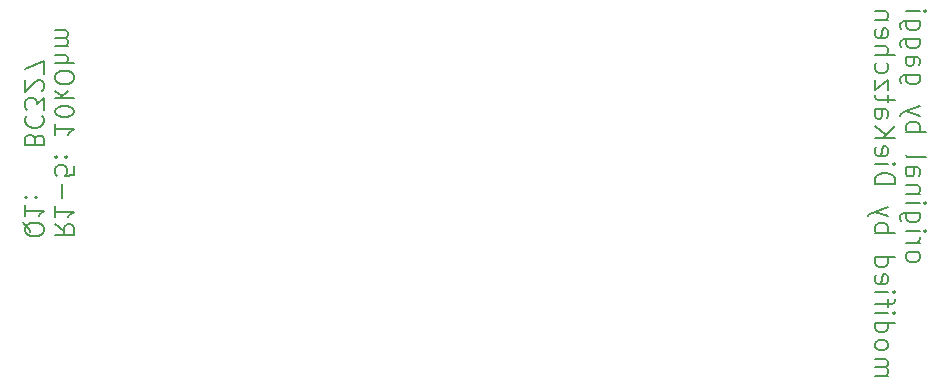
<source format=gbo>
G04 #@! TF.GenerationSoftware,KiCad,Pcbnew,(5.1.2)-2*
G04 #@! TF.CreationDate,2019-08-03T14:41:18-04:00*
G04 #@! TF.ProjectId,27C160_Adapter,32374331-3630-45f4-9164-61707465722e,rev?*
G04 #@! TF.SameCoordinates,Original*
G04 #@! TF.FileFunction,Legend,Bot*
G04 #@! TF.FilePolarity,Positive*
%FSLAX46Y46*%
G04 Gerber Fmt 4.6, Leading zero omitted, Abs format (unit mm)*
G04 Created by KiCad (PCBNEW (5.1.2)-2) date 2019-08-03 14:41:18*
%MOMM*%
%LPD*%
G04 APERTURE LIST*
%ADD10C,0.134112*%
%ADD11C,0.142240*%
G04 APERTURE END LIST*
D10*
X19273919Y-33015195D02*
X20032290Y-33546055D01*
X19273919Y-33925241D02*
X20866499Y-33925241D01*
X20866499Y-33318544D01*
X20790662Y-33166870D01*
X20714824Y-33091032D01*
X20563150Y-33015195D01*
X20335639Y-33015195D01*
X20183964Y-33091032D01*
X20108127Y-33166870D01*
X20032290Y-33318544D01*
X20032290Y-33925241D01*
X19273919Y-31498452D02*
X19273919Y-32408498D01*
X19273919Y-31953475D02*
X20866499Y-31953475D01*
X20638987Y-32105150D01*
X20487313Y-32256824D01*
X20411476Y-32408498D01*
X19880616Y-30815918D02*
X19880616Y-29602524D01*
X20866499Y-28085781D02*
X20866499Y-28844152D01*
X20108127Y-28919990D01*
X20183964Y-28844152D01*
X20259802Y-28692478D01*
X20259802Y-28313292D01*
X20183964Y-28161618D01*
X20108127Y-28085781D01*
X19956453Y-28009944D01*
X19577267Y-28009944D01*
X19425593Y-28085781D01*
X19349756Y-28161618D01*
X19273919Y-28313292D01*
X19273919Y-28692478D01*
X19349756Y-28844152D01*
X19425593Y-28919990D01*
X19425593Y-27327410D02*
X19349756Y-27251572D01*
X19273919Y-27327410D01*
X19349756Y-27403247D01*
X19425593Y-27327410D01*
X19273919Y-27327410D01*
X20259802Y-27327410D02*
X20183964Y-27251572D01*
X20108127Y-27327410D01*
X20183964Y-27403247D01*
X20259802Y-27327410D01*
X20108127Y-27327410D01*
X19273919Y-24521435D02*
X19273919Y-25431481D01*
X19273919Y-24976458D02*
X20866499Y-24976458D01*
X20638987Y-25128132D01*
X20487313Y-25279807D01*
X20411476Y-25431481D01*
X20866499Y-23535552D02*
X20866499Y-23383878D01*
X20790662Y-23232204D01*
X20714824Y-23156367D01*
X20563150Y-23080530D01*
X20259802Y-23004692D01*
X19880616Y-23004692D01*
X19577267Y-23080530D01*
X19425593Y-23156367D01*
X19349756Y-23232204D01*
X19273919Y-23383878D01*
X19273919Y-23535552D01*
X19349756Y-23687227D01*
X19425593Y-23763064D01*
X19577267Y-23838901D01*
X19880616Y-23914738D01*
X20259802Y-23914738D01*
X20563150Y-23838901D01*
X20714824Y-23763064D01*
X20790662Y-23687227D01*
X20866499Y-23535552D01*
X19273919Y-22322158D02*
X20866499Y-22322158D01*
X19880616Y-22170484D02*
X19273919Y-21715461D01*
X20335639Y-21715461D02*
X19728942Y-22322158D01*
X20866499Y-20729578D02*
X20866499Y-20426230D01*
X20790662Y-20274555D01*
X20638987Y-20122881D01*
X20335639Y-20047044D01*
X19804779Y-20047044D01*
X19501430Y-20122881D01*
X19349756Y-20274555D01*
X19273919Y-20426230D01*
X19273919Y-20729578D01*
X19349756Y-20881252D01*
X19501430Y-21032927D01*
X19804779Y-21108764D01*
X20335639Y-21108764D01*
X20638987Y-21032927D01*
X20790662Y-20881252D01*
X20866499Y-20729578D01*
X19273919Y-19364510D02*
X20866499Y-19364510D01*
X19273919Y-18681975D02*
X20108127Y-18681975D01*
X20259802Y-18757812D01*
X20335639Y-18909487D01*
X20335639Y-19136998D01*
X20259802Y-19288672D01*
X20183964Y-19364510D01*
X19273919Y-17923604D02*
X20335639Y-17923604D01*
X20183964Y-17923604D02*
X20259802Y-17847767D01*
X20335639Y-17696092D01*
X20335639Y-17468581D01*
X20259802Y-17316907D01*
X20108127Y-17241070D01*
X19273919Y-17241070D01*
X20108127Y-17241070D02*
X20259802Y-17165232D01*
X20335639Y-17013558D01*
X20335639Y-16786047D01*
X20259802Y-16634372D01*
X20108127Y-16558535D01*
X19273919Y-16558535D01*
X16599262Y-32863521D02*
X16675100Y-33015195D01*
X16826774Y-33166870D01*
X17054285Y-33394381D01*
X17130122Y-33546055D01*
X17130122Y-33697730D01*
X16750937Y-33621892D02*
X16826774Y-33773567D01*
X16978448Y-33925241D01*
X17281797Y-34001078D01*
X17812657Y-34001078D01*
X18116005Y-33925241D01*
X18267680Y-33773567D01*
X18343517Y-33621892D01*
X18343517Y-33318544D01*
X18267680Y-33166870D01*
X18116005Y-33015195D01*
X17812657Y-32939358D01*
X17281797Y-32939358D01*
X16978448Y-33015195D01*
X16826774Y-33166870D01*
X16750937Y-33318544D01*
X16750937Y-33621892D01*
X16750937Y-31422615D02*
X16750937Y-32332661D01*
X16750937Y-31877638D02*
X18343517Y-31877638D01*
X18116005Y-32029312D01*
X17964331Y-32180987D01*
X17888494Y-32332661D01*
X16902611Y-30740081D02*
X16826774Y-30664244D01*
X16750937Y-30740081D01*
X16826774Y-30815918D01*
X16902611Y-30740081D01*
X16750937Y-30740081D01*
X17736820Y-30740081D02*
X17660982Y-30664244D01*
X17585145Y-30740081D01*
X17660982Y-30815918D01*
X17736820Y-30740081D01*
X17585145Y-30740081D01*
X17585145Y-25810667D02*
X17509308Y-25583155D01*
X17433471Y-25507318D01*
X17281797Y-25431481D01*
X17054285Y-25431481D01*
X16902611Y-25507318D01*
X16826774Y-25583155D01*
X16750937Y-25734830D01*
X16750937Y-26341527D01*
X18343517Y-26341527D01*
X18343517Y-25810667D01*
X18267680Y-25658992D01*
X18191842Y-25583155D01*
X18040168Y-25507318D01*
X17888494Y-25507318D01*
X17736820Y-25583155D01*
X17660982Y-25658992D01*
X17585145Y-25810667D01*
X17585145Y-26341527D01*
X16902611Y-23838901D02*
X16826774Y-23914738D01*
X16750937Y-24142250D01*
X16750937Y-24293924D01*
X16826774Y-24521435D01*
X16978448Y-24673110D01*
X17130122Y-24748947D01*
X17433471Y-24824784D01*
X17660982Y-24824784D01*
X17964331Y-24748947D01*
X18116005Y-24673110D01*
X18267680Y-24521435D01*
X18343517Y-24293924D01*
X18343517Y-24142250D01*
X18267680Y-23914738D01*
X18191842Y-23838901D01*
X18343517Y-23308041D02*
X18343517Y-22322158D01*
X17736820Y-22853018D01*
X17736820Y-22625507D01*
X17660982Y-22473832D01*
X17585145Y-22397995D01*
X17433471Y-22322158D01*
X17054285Y-22322158D01*
X16902611Y-22397995D01*
X16826774Y-22473832D01*
X16750937Y-22625507D01*
X16750937Y-23080530D01*
X16826774Y-23232204D01*
X16902611Y-23308041D01*
X18191842Y-21715461D02*
X18267680Y-21639624D01*
X18343517Y-21487950D01*
X18343517Y-21108764D01*
X18267680Y-20957090D01*
X18191842Y-20881252D01*
X18040168Y-20805415D01*
X17888494Y-20805415D01*
X17660982Y-20881252D01*
X16750937Y-21791298D01*
X16750937Y-20805415D01*
X18343517Y-20274555D02*
X18343517Y-19212835D01*
X16750937Y-19895370D01*
D11*
X91355333Y-35885289D02*
X91435766Y-36046156D01*
X91516200Y-36126589D01*
X91677066Y-36207022D01*
X92159666Y-36207022D01*
X92320533Y-36126589D01*
X92400966Y-36046156D01*
X92481400Y-35885289D01*
X92481400Y-35643989D01*
X92400966Y-35483122D01*
X92320533Y-35402689D01*
X92159666Y-35322256D01*
X91677066Y-35322256D01*
X91516200Y-35402689D01*
X91435766Y-35483122D01*
X91355333Y-35643989D01*
X91355333Y-35885289D01*
X91355333Y-34598356D02*
X92481400Y-34598356D01*
X92159666Y-34598356D02*
X92320533Y-34517922D01*
X92400966Y-34437489D01*
X92481400Y-34276622D01*
X92481400Y-34115756D01*
X91355333Y-33552722D02*
X92481400Y-33552722D01*
X93044433Y-33552722D02*
X92964000Y-33633156D01*
X92883566Y-33552722D01*
X92964000Y-33472289D01*
X93044433Y-33552722D01*
X92883566Y-33552722D01*
X92481400Y-32024489D02*
X91114033Y-32024489D01*
X90953166Y-32104922D01*
X90872733Y-32185356D01*
X90792300Y-32346222D01*
X90792300Y-32587522D01*
X90872733Y-32748389D01*
X91435766Y-32024489D02*
X91355333Y-32185356D01*
X91355333Y-32507089D01*
X91435766Y-32667956D01*
X91516200Y-32748389D01*
X91677066Y-32828822D01*
X92159666Y-32828822D01*
X92320533Y-32748389D01*
X92400966Y-32667956D01*
X92481400Y-32507089D01*
X92481400Y-32185356D01*
X92400966Y-32024489D01*
X91355333Y-31220156D02*
X92481400Y-31220156D01*
X93044433Y-31220156D02*
X92964000Y-31300589D01*
X92883566Y-31220156D01*
X92964000Y-31139722D01*
X93044433Y-31220156D01*
X92883566Y-31220156D01*
X92481400Y-30415822D02*
X91355333Y-30415822D01*
X92320533Y-30415822D02*
X92400966Y-30335389D01*
X92481400Y-30174522D01*
X92481400Y-29933222D01*
X92400966Y-29772356D01*
X92240100Y-29691922D01*
X91355333Y-29691922D01*
X91355333Y-28163689D02*
X92240100Y-28163689D01*
X92400966Y-28244122D01*
X92481400Y-28404989D01*
X92481400Y-28726722D01*
X92400966Y-28887589D01*
X91435766Y-28163689D02*
X91355333Y-28324556D01*
X91355333Y-28726722D01*
X91435766Y-28887589D01*
X91596633Y-28968022D01*
X91757500Y-28968022D01*
X91918366Y-28887589D01*
X91998800Y-28726722D01*
X91998800Y-28324556D01*
X92079233Y-28163689D01*
X91355333Y-27118056D02*
X91435766Y-27278922D01*
X91596633Y-27359356D01*
X93044433Y-27359356D01*
X91355333Y-25187656D02*
X93044433Y-25187656D01*
X92400966Y-25187656D02*
X92481400Y-25026789D01*
X92481400Y-24705056D01*
X92400966Y-24544189D01*
X92320533Y-24463756D01*
X92159666Y-24383322D01*
X91677066Y-24383322D01*
X91516200Y-24463756D01*
X91435766Y-24544189D01*
X91355333Y-24705056D01*
X91355333Y-25026789D01*
X91435766Y-25187656D01*
X92481400Y-23820289D02*
X91355333Y-23418122D01*
X92481400Y-23015956D02*
X91355333Y-23418122D01*
X90953166Y-23578989D01*
X90872733Y-23659422D01*
X90792300Y-23820289D01*
X92481400Y-20361656D02*
X91114033Y-20361656D01*
X90953166Y-20442089D01*
X90872733Y-20522522D01*
X90792300Y-20683389D01*
X90792300Y-20924689D01*
X90872733Y-21085556D01*
X91435766Y-20361656D02*
X91355333Y-20522522D01*
X91355333Y-20844256D01*
X91435766Y-21005122D01*
X91516200Y-21085556D01*
X91677066Y-21165989D01*
X92159666Y-21165989D01*
X92320533Y-21085556D01*
X92400966Y-21005122D01*
X92481400Y-20844256D01*
X92481400Y-20522522D01*
X92400966Y-20361656D01*
X91355333Y-18833422D02*
X92240100Y-18833422D01*
X92400966Y-18913856D01*
X92481400Y-19074722D01*
X92481400Y-19396456D01*
X92400966Y-19557322D01*
X91435766Y-18833422D02*
X91355333Y-18994289D01*
X91355333Y-19396456D01*
X91435766Y-19557322D01*
X91596633Y-19637756D01*
X91757500Y-19637756D01*
X91918366Y-19557322D01*
X91998800Y-19396456D01*
X91998800Y-18994289D01*
X92079233Y-18833422D01*
X92481400Y-17305189D02*
X91114033Y-17305189D01*
X90953166Y-17385622D01*
X90872733Y-17466056D01*
X90792300Y-17626922D01*
X90792300Y-17868222D01*
X90872733Y-18029089D01*
X91435766Y-17305189D02*
X91355333Y-17466056D01*
X91355333Y-17787789D01*
X91435766Y-17948656D01*
X91516200Y-18029089D01*
X91677066Y-18109522D01*
X92159666Y-18109522D01*
X92320533Y-18029089D01*
X92400966Y-17948656D01*
X92481400Y-17787789D01*
X92481400Y-17466056D01*
X92400966Y-17305189D01*
X92481400Y-15776956D02*
X91114033Y-15776956D01*
X90953166Y-15857389D01*
X90872733Y-15937822D01*
X90792300Y-16098689D01*
X90792300Y-16339989D01*
X90872733Y-16500856D01*
X91435766Y-15776956D02*
X91355333Y-15937822D01*
X91355333Y-16259556D01*
X91435766Y-16420422D01*
X91516200Y-16500856D01*
X91677066Y-16581289D01*
X92159666Y-16581289D01*
X92320533Y-16500856D01*
X92400966Y-16420422D01*
X92481400Y-16259556D01*
X92481400Y-15937822D01*
X92400966Y-15776956D01*
X91355333Y-14972622D02*
X92481400Y-14972622D01*
X93044433Y-14972622D02*
X92964000Y-15053056D01*
X92883566Y-14972622D01*
X92964000Y-14892189D01*
X93044433Y-14972622D01*
X92883566Y-14972622D01*
X88679443Y-45859022D02*
X89805510Y-45859022D01*
X89644643Y-45859022D02*
X89725076Y-45778589D01*
X89805510Y-45617722D01*
X89805510Y-45376422D01*
X89725076Y-45215556D01*
X89564210Y-45135122D01*
X88679443Y-45135122D01*
X89564210Y-45135122D02*
X89725076Y-45054689D01*
X89805510Y-44893822D01*
X89805510Y-44652522D01*
X89725076Y-44491656D01*
X89564210Y-44411222D01*
X88679443Y-44411222D01*
X88679443Y-43365589D02*
X88759876Y-43526456D01*
X88840310Y-43606889D01*
X89001176Y-43687322D01*
X89483776Y-43687322D01*
X89644643Y-43606889D01*
X89725076Y-43526456D01*
X89805510Y-43365589D01*
X89805510Y-43124289D01*
X89725076Y-42963422D01*
X89644643Y-42882989D01*
X89483776Y-42802556D01*
X89001176Y-42802556D01*
X88840310Y-42882989D01*
X88759876Y-42963422D01*
X88679443Y-43124289D01*
X88679443Y-43365589D01*
X88679443Y-41354756D02*
X90368543Y-41354756D01*
X88759876Y-41354756D02*
X88679443Y-41515622D01*
X88679443Y-41837356D01*
X88759876Y-41998222D01*
X88840310Y-42078656D01*
X89001176Y-42159089D01*
X89483776Y-42159089D01*
X89644643Y-42078656D01*
X89725076Y-41998222D01*
X89805510Y-41837356D01*
X89805510Y-41515622D01*
X89725076Y-41354756D01*
X88679443Y-40550422D02*
X89805510Y-40550422D01*
X90368543Y-40550422D02*
X90288110Y-40630856D01*
X90207676Y-40550422D01*
X90288110Y-40469989D01*
X90368543Y-40550422D01*
X90207676Y-40550422D01*
X89805510Y-39987389D02*
X89805510Y-39343922D01*
X88679443Y-39746089D02*
X90127243Y-39746089D01*
X90288110Y-39665656D01*
X90368543Y-39504789D01*
X90368543Y-39343922D01*
X88679443Y-38780889D02*
X89805510Y-38780889D01*
X90368543Y-38780889D02*
X90288110Y-38861322D01*
X90207676Y-38780889D01*
X90288110Y-38700456D01*
X90368543Y-38780889D01*
X90207676Y-38780889D01*
X88759876Y-37333089D02*
X88679443Y-37493956D01*
X88679443Y-37815689D01*
X88759876Y-37976556D01*
X88920743Y-38056989D01*
X89564210Y-38056989D01*
X89725076Y-37976556D01*
X89805510Y-37815689D01*
X89805510Y-37493956D01*
X89725076Y-37333089D01*
X89564210Y-37252656D01*
X89403343Y-37252656D01*
X89242476Y-38056989D01*
X88679443Y-35804856D02*
X90368543Y-35804856D01*
X88759876Y-35804856D02*
X88679443Y-35965722D01*
X88679443Y-36287456D01*
X88759876Y-36448322D01*
X88840310Y-36528756D01*
X89001176Y-36609189D01*
X89483776Y-36609189D01*
X89644643Y-36528756D01*
X89725076Y-36448322D01*
X89805510Y-36287456D01*
X89805510Y-35965722D01*
X89725076Y-35804856D01*
X88679443Y-33713589D02*
X90368543Y-33713589D01*
X89725076Y-33713589D02*
X89805510Y-33552722D01*
X89805510Y-33230989D01*
X89725076Y-33070122D01*
X89644643Y-32989689D01*
X89483776Y-32909256D01*
X89001176Y-32909256D01*
X88840310Y-32989689D01*
X88759876Y-33070122D01*
X88679443Y-33230989D01*
X88679443Y-33552722D01*
X88759876Y-33713589D01*
X89805510Y-32346222D02*
X88679443Y-31944056D01*
X89805510Y-31541889D02*
X88679443Y-31944056D01*
X88277276Y-32104922D01*
X88196843Y-32185356D01*
X88116410Y-32346222D01*
X88679443Y-29611489D02*
X90368543Y-29611489D01*
X90368543Y-29209322D01*
X90288110Y-28968022D01*
X90127243Y-28807156D01*
X89966376Y-28726722D01*
X89644643Y-28646289D01*
X89403343Y-28646289D01*
X89081610Y-28726722D01*
X88920743Y-28807156D01*
X88759876Y-28968022D01*
X88679443Y-29209322D01*
X88679443Y-29611489D01*
X88679443Y-27922389D02*
X89805510Y-27922389D01*
X90368543Y-27922389D02*
X90288110Y-28002822D01*
X90207676Y-27922389D01*
X90288110Y-27841956D01*
X90368543Y-27922389D01*
X90207676Y-27922389D01*
X88759876Y-26474589D02*
X88679443Y-26635456D01*
X88679443Y-26957189D01*
X88759876Y-27118056D01*
X88920743Y-27198489D01*
X89564210Y-27198489D01*
X89725076Y-27118056D01*
X89805510Y-26957189D01*
X89805510Y-26635456D01*
X89725076Y-26474589D01*
X89564210Y-26394156D01*
X89403343Y-26394156D01*
X89242476Y-27198489D01*
X88679443Y-25670256D02*
X90368543Y-25670256D01*
X88679443Y-24705056D02*
X89644643Y-25428956D01*
X90368543Y-24705056D02*
X89403343Y-25670256D01*
X88679443Y-23257256D02*
X89564210Y-23257256D01*
X89725076Y-23337689D01*
X89805510Y-23498556D01*
X89805510Y-23820289D01*
X89725076Y-23981156D01*
X88759876Y-23257256D02*
X88679443Y-23418122D01*
X88679443Y-23820289D01*
X88759876Y-23981156D01*
X88920743Y-24061589D01*
X89081610Y-24061589D01*
X89242476Y-23981156D01*
X89322910Y-23820289D01*
X89322910Y-23418122D01*
X89403343Y-23257256D01*
X89805510Y-22694222D02*
X89805510Y-22050756D01*
X90368543Y-22452922D02*
X88920743Y-22452922D01*
X88759876Y-22372489D01*
X88679443Y-22211622D01*
X88679443Y-22050756D01*
X89805510Y-21648589D02*
X89805510Y-20763822D01*
X88679443Y-21648589D01*
X88679443Y-20763822D01*
X88759876Y-19396456D02*
X88679443Y-19557322D01*
X88679443Y-19879056D01*
X88759876Y-20039922D01*
X88840310Y-20120356D01*
X89001176Y-20200789D01*
X89483776Y-20200789D01*
X89644643Y-20120356D01*
X89725076Y-20039922D01*
X89805510Y-19879056D01*
X89805510Y-19557322D01*
X89725076Y-19396456D01*
X88679443Y-18672556D02*
X90368543Y-18672556D01*
X88679443Y-17948656D02*
X89564210Y-17948656D01*
X89725076Y-18029089D01*
X89805510Y-18189956D01*
X89805510Y-18431256D01*
X89725076Y-18592122D01*
X89644643Y-18672556D01*
X88759876Y-16500856D02*
X88679443Y-16661722D01*
X88679443Y-16983456D01*
X88759876Y-17144322D01*
X88920743Y-17224756D01*
X89564210Y-17224756D01*
X89725076Y-17144322D01*
X89805510Y-16983456D01*
X89805510Y-16661722D01*
X89725076Y-16500856D01*
X89564210Y-16420422D01*
X89403343Y-16420422D01*
X89242476Y-17224756D01*
X89805510Y-15696522D02*
X88679443Y-15696522D01*
X89644643Y-15696522D02*
X89725076Y-15616089D01*
X89805510Y-15455222D01*
X89805510Y-15213922D01*
X89725076Y-15053056D01*
X89564210Y-14972622D01*
X88679443Y-14972622D01*
M02*

</source>
